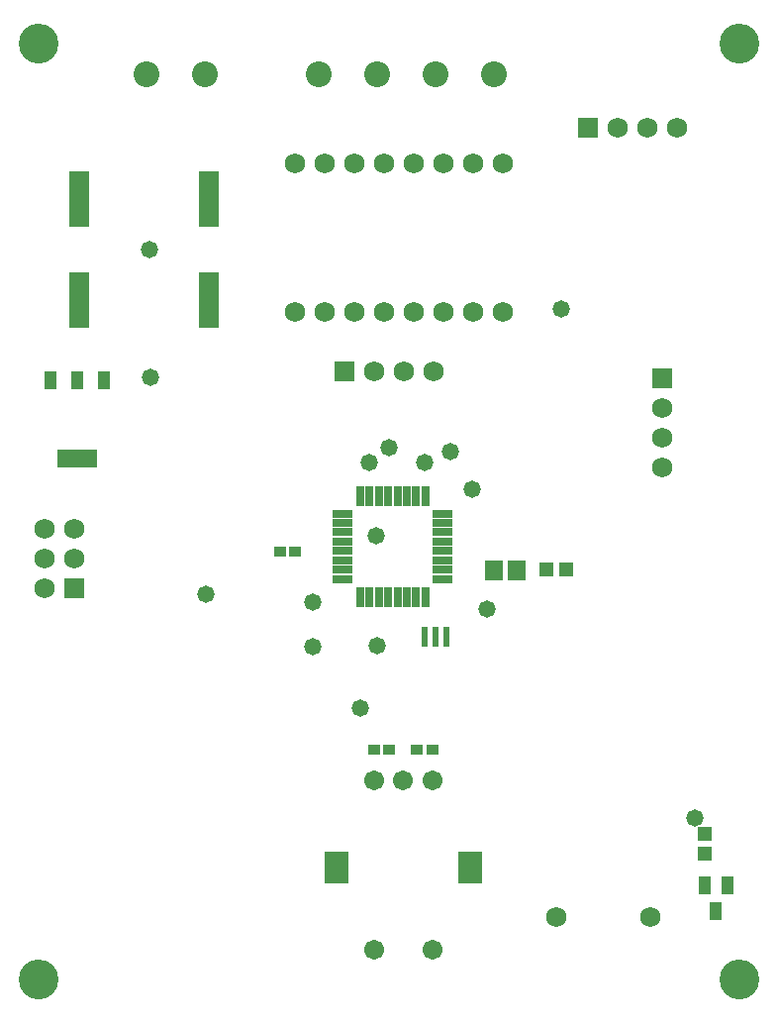
<source format=gts>
%FSTAX23Y23*%
%MOIN*%
%SFA1B1*%

%IPPOS*%
%ADD31R,0.135560X0.059580*%
%ADD32R,0.044610X0.059580*%
%ADD33R,0.078870X0.110360*%
%ADD34R,0.029650X0.067060*%
%ADD35R,0.067060X0.029650*%
%ADD36R,0.019810X0.070990*%
%ADD37R,0.067060X0.185170*%
%ADD38R,0.059180X0.067060*%
%ADD39R,0.047370X0.051310*%
%ADD40R,0.043430X0.035560*%
%ADD41R,0.051310X0.047370*%
%ADD42R,0.041470X0.059180*%
%ADD43C,0.068000*%
%ADD44R,0.070990X0.070990*%
%ADD45C,0.067370*%
%ADD46R,0.070990X0.070990*%
%ADD47C,0.086740*%
%ADD48C,0.058000*%
%ADD49C,0.133980*%
%LNpunkcontroller-pcb-1*%
%LPD*%
G54D31*
X00228Y01851D03*
G54D32*
X00138Y02114D03*
X00228D03*
X00318D03*
G54D33*
X01551Y00474D03*
X01102D03*
G54D34*
X01181Y01387D03*
X01212D03*
X01244D03*
X01275D03*
X01307D03*
X01338D03*
X0137D03*
X01401D03*
Y01726D03*
X0137D03*
X01338D03*
X01307D03*
X01275D03*
X01244D03*
X01212D03*
X01181D03*
G54D35*
X0146Y01446D03*
Y01478D03*
Y01509D03*
Y01541D03*
Y01572D03*
Y01604D03*
Y01635D03*
Y01667D03*
X01122D03*
Y01635D03*
Y01604D03*
Y01572D03*
Y01541D03*
Y01509D03*
Y01478D03*
Y01446D03*
G54D36*
X01398Y01251D03*
X01436D03*
X01473D03*
G54D37*
X00235Y02387D03*
Y02726D03*
X00672Y02386D03*
Y02725D03*
G54D38*
X01633Y01477D03*
X01708D03*
G54D39*
X02343Y00522D03*
Y00589D03*
G54D40*
X00963Y01539D03*
X00912D03*
X01373Y00871D03*
X01424D03*
X01278D03*
X01227D03*
G54D41*
X01874Y01478D03*
X01807D03*
G54D42*
X02417Y00416D03*
X02342D03*
X02379Y00329D03*
G54D43*
X02249Y02965D03*
X02149D03*
X02049D03*
X00961Y02847D03*
X01061D03*
X01161D03*
X01261D03*
X01361D03*
X01461D03*
X01561D03*
X01661D03*
Y02347D03*
X01561D03*
X01461D03*
X01361D03*
X01261D03*
X01161D03*
X01061D03*
X00961D03*
X02158Y00308D03*
X01843D03*
X02199Y02022D03*
Y01922D03*
Y01822D03*
X00219Y01517D03*
Y01617D03*
X00119Y01417D03*
Y01517D03*
Y01617D03*
X01229Y02145D03*
X01329D03*
X01429D03*
G54D44*
X01949Y02965D03*
X00219Y01417D03*
X01129Y02145D03*
G54D45*
X01228Y00198D03*
X01425D03*
Y00769D03*
X01326D03*
X01228D03*
G54D46*
X02199Y02122D03*
G54D47*
X01633Y03147D03*
X01436D03*
X01239D03*
X01041D03*
X00462D03*
X00659D03*
G54D48*
X00661Y01397D03*
X00472Y02555D03*
X00474Y02125D03*
X0186Y02354D03*
X01397Y01838D03*
X01278Y0189D03*
X01236Y01593D03*
X01559Y0175D03*
X01486Y01875D03*
X01021Y01369D03*
Y01219D03*
X0124Y01221D03*
X02309Y00642D03*
X01608Y01344D03*
X01212Y01838D03*
X01181Y01013D03*
G54D49*
X0246Y03248D03*
Y00098D03*
X00098D03*
Y03248D03*
M02*
</source>
